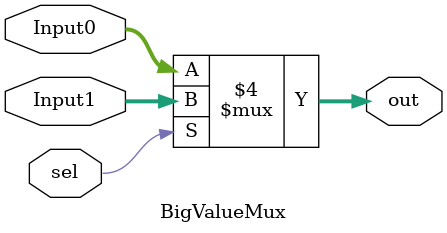
<source format=v>
`timescale 1ns / 1ps
module BigValueMux(
    input [9:0] Input0,
    input [9:0] Input1,
    input sel,
    output reg [9:0] out
    );

always @ (*) 
begin
	if (sel == 0)
	begin
		out <= Input0;
	end
	else
	begin
		out <= Input1;
	end
end

endmodule

</source>
